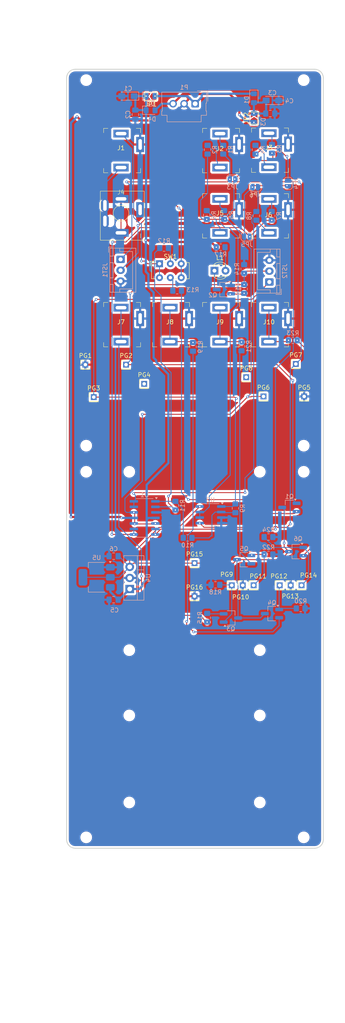
<source format=kicad_pcb>
(kicad_pcb (version 20240108) (generator "pcbnew") (generator_version "8.0")
  (layers (0 "F.Cu" signal) (31 "B.Cu" signal) (34 "B.Paste" user) (35 "F.Paste" user) (36 "B.SilkS" user "B.Silkscreen") (37 "F.SilkS" user "F.Silkscreen") (38 "B.Mask" user) (39 "F.Mask" user) (44 "Edge.Cuts" user))
  (net 0 "")
  (net 1 "+12v")
  (net 2 "Gnd")
  (net 3 "-12v")
  (net 4 "Net-(D1-K)")
  (net 5 "Net-(D3-K)")
  (net 6 "+3.3v")
  (net 7 "Net-(J1-PadR)")
  (net 8 "Net-(J1-PadT)")
  (net 9 "Net-(J2-PadT)")
  (net 10 "Net-(J2-PadR)")
  (net 11 "Net-(J3-PadT)")
  (net 12 "Net-(J3-PadR)")
  (net 13 "Net-(J4-PadR)")
  (net 15 "Net-(J5-PadR)")
  (net 16 "Net-(J5-PadT)")
  (net 17 "Net-(J6-PadT)")
  (net 18 "Net-(J6-PadR)")
  (net 19 "Net-(J7-PadR)")
  (net 20 "Net-(J8-PadR)")
  (net 21 "Net-(J9-PadR)")
  (net 22 "Net-(J10-PadR)")
  (net 23 "OutRing")
  (net 24 "Net-(JP3-B)")
  (net 25 "OutTip")
  (net 26 "Net-(JP4-B)")
  (net 27 "Net-(JP5-B)")
  (net 28 "Net-(JP6-B)")
  (net 29 "Net-(L1-A)")
  (net 30 "Net-(L1-K)")
  (net 31 "DigitalProcessed")
  (net 32 "AnalogProcessed")
  (net 35 "Net-(PG9-Pin_1)")
  (net 36 "Net-(PG11-Pin_1)")
  (net 37 "Net-(PG12-Pin_1)")
  (net 38 "Net-(PG14-Pin_1)")
  (net 39 "Net-(Q1-B)")
  (net 40 "Net-(Q2-B)")
  (net 41 "Net-(Q3-B)")
  (net 42 "Net-(Q4-B)")
  (net 43 "Net-(Q5-B)")
  (net 44 "Net-(Q6-B)")
  (net 45 "Net-(U2A--)")
  (net 46 "Net-(R10-Pad1)")
  (net 47 "Net-(U1A--)")
  (net 48 "AnalogIn")
  (net 49 "DigitalIn")
  (footprint "Connector_PinHeader_2.00mm:PinHeader_1x01_P2.00mm_Vertical" (layer "F.Cu") (at 74.5666 140.092315)
    (property "Reference" "PG12")
    (property "Value" "E2CCW")
  )
  (footprint "0_Favorites:Jack_3.5mm_QingPu_WQP-PJ301CM" (layer "F.Cu") (at 60.85 79.6)
    (property "Reference" "J9")
    (property "Value" "E1CW")
  )
  (footprint "Connector_PinHeader_2.00mm:PinHeader_1x01_P2.00mm_Vertical" (layer "F.Cu") (at 29.90466 89.392555)
    (property "Reference" "PG1")
    (property "Value" "InPin1")
  )
  (footprint "Connector_PinHeader_2.00mm:PinHeader_1x01_P2.00mm_Vertical" (layer "F.Cu") (at 68.5793 140.092315)
    (property "Reference" "PG11")
    (property "Value" "E1CW")
  )
  (footprint "0_Favorites:Jack_3.5mm_QingPu_WQP-PJ301CM" (layer "F.Cu") (at 49.35 79.6)
    (property "Reference" "J8")
    (property "Value" "E2CCW")
  )
  (footprint "Connector_PinHeader_2.00mm:PinHeader_1x01_P2.00mm_Vertical" (layer "F.Cu") (at 55 142.6)
    (property "Reference" "PG16")
    (property "Value" "Gnd")
  )
  (footprint "Connector_PinHeader_2.00mm:PinHeader_1x01_P2.00mm_Vertical" (layer "F.Cu") (at 43.4308 93.803205)
    (property "Reference" "PG4")
    (property "Value" "InPin4")
  )
  (footprint "Connector_PinHeader_2.00mm:PinHeader_1x01_P2.00mm_Vertical" (layer "F.Cu") (at 39.2603 89.392555)
    (property "Reference" "PG2")
    (property "Value" "InPin2")
  )
  (footprint "MountingHole:MountingHole_2.2mm_M2" (layer "F.Cu") (at 30.1 108.014215)
    (property "Reference" "H3")
    (property "Value" "MountingHole")
  )
  (footprint "0_Favorites:Jack_3.5mm_QingPu_WQP-PJ301CM" (layer "F.Cu") (at 72.1 54.6)
    (property "Reference" "J6")
    (property "Value" "ClockOutB")
  )
  (footprint "Connector_PinHeader_2.00mm:PinHeader_1x01_P2.00mm_Vertical" (layer "F.Cu") (at 77.089 140.092315)
    (property "Reference" "PG13")
    (property "Value" "E2Gnd")
  )
  (footprint "0_Favorites:Jack_3.5mm_QingPu_WQP-PJ301CM" (layer "F.Cu") (at 38.1 79.6)
    (property "Reference" "J7")
    (property "Value" "E1CCW")
  )
  (footprint "MountingHole:MountingHole_2.2mm_M2" (layer "F.Cu") (at 40 114.014215)
    (property "Reference" "H9" (hide yes))
    (property "Value" "MountingHole")
  )
  (footprint "MountingHole:MountingHole_2.2mm_M2" (layer "F.Cu") (at 70 170)
    (property "Reference" "H14" (hide yes))
    (property "Value" "MountingHole")
  )
  (footprint "MountingHole:MountingHole_2.2mm_M2" (layer "F.Cu") (at 40 155)
    (property "Reference" "H11" (hide yes))
    (property "Value" "MountingHole")
  )
  (footprint "Connector_PinHeader_2.00mm:PinHeader_1x01_P2.00mm_Vertical" (layer "F.Cu") (at 31.83038 96.852795)
    (property "Reference" "PG3")
    (property "Value" "InPin3")
  )
  (footprint "MountingHole:MountingHole_2.2mm_M2" (layer "F.Cu") (at 40 190)
    (property "Reference" "H15" (hide yes))
    (property "Value" "MountingHole")
  )
  (footprint "0_Favorites:Jack_3.5mm_QingPu_WQP-PJ301CM" (layer "F.Cu") (at 72.1 79.6)
    (property "Reference" "J10")
    (property "Value" "E2CW")
  )
  (footprint "0_Favorites:Jack_3.5mm_QingPu_WQP-PJ301CM" (layer "F.Cu") (at 60.85 54.6)
    (property "Reference" "J5")
    (property "Value" "ClockOutA")
  )
  (footprint "Connector_PinHeader_2.00mm:PinHeader_1x01_P2.00mm_Vertical" (layer "F.Cu") (at 55 135)
    (property "Reference" "PG15")
    (property "Value" "V+")
  )
  (footprint "Connector_PinHeader_2.00mm:PinHeader_1x01_P2.00mm_Vertical" (layer "F.Cu") (at 79.5918 140.092315)
    (property "Reference" "PG14")
    (property "Value" "E2CW")
  )
  (footprint "Connector_PinHeader_2.00mm:PinHeader_1x01_P2.00mm_Vertical" (layer "F.Cu") (at 66.89 92.285335)
    (property "Reference" "PG8")
    (property "Value" "OutPin4")
  )
  (footprint "Connector_PinHeader_2.00mm:PinHeader_1x01_P2.00mm_Vertical" (layer "F.Cu") (at 70.8475 96.697795)
    (property "Reference" "PG6")
    (property "Value" "OutPin2")
  )
  (footprint "Jumper:SolderJumper-2_P1.3mm_Open_TrianglePad1.0x1.5mm" (layer "F.Cu") (at 68.685786 32.739215 90)
    (property "Reference" "JP2")
    (property "Value" "-12v Bypass")
  )
  (footprint "MountingHole:MountingHole_2.2mm_M2" (layer "F.Cu") (at 70 114.014215)
    (property "Reference" "H10" (hide yes))
    (property "Value" "MountingHole")
  )
  (footprint "0_Favorites:Jack_3.5mm_QingPu_WQP-PJ301CM" (layer "F.Cu") (at 60.85 39.6)
    (property "Reference" "J2")
    (property "Value" "ComboOutA")
  )
  (footprint "0_Favorites:Jack_3.5mm_QingPu_WQP-PJ358" (layer "F.Cu") (at 38.1 54.6)
    (property "Reference" "J4")
    (property "Value" "AudioJack3_SwitchTR")
  )
  (footprint "MountingHole:MountingHole_2.2mm_M2" (layer "F.Cu") (at 80.1 24.014215)
    (property "Reference" "H2")
    (property "Value" "MountingHole")
  )
  (footprint "Button_Switch_THT:SW_E-Switch_EG1271_SPDT" (layer "F.Cu") (at 46.9425 66.2)
    (property "Reference" "SW1")
    (property "Value" "Swap Channel")
  )
  (footprint "MountingHole:MountingHole_2.2mm_M2" (layer "F.Cu") (at 70 190)
    (property "Reference" "H16" (hide yes))
    (property "Value" "MountingHole")
  )
  (footprint "MountingHole:MountingHole_2.2mm_M2" (layer "F.Cu") (at 80.1 198.014215)
    (property "Reference" "H8")
    (property "Value" "MountingHole")
  )
  (footprint "LED_THT:LED_D3.0mm" (layer "F.Cu") (at 59.58 67.8)
    (property "Reference" "L1")
    (property "Value" "GateLight")
  )
  (footprint "Connector_PinHeader_2.00mm:PinHeader_1x01_P2.00mm_Vertical" (layer "F.Cu") (at 66.0765 140.092315)
    (property "Reference" "PG10")
    (property "Value" "E1Gnd")
  )
  (footprint "MountingHole:MountingHole_2.2mm_M2" (layer "F.Cu") (at 30.1 198.014215)
    (property "Reference" "H7")
    (property "Value" "MountingHole")
  )
  (footprint "Connector_PinHeader_2.00mm:PinHeader_1x01_P2.00mm_Vertical" (layer "F.Cu") (at 80.2032 96.697795)
    (property "Reference" "PG5")
    (property "Value" "OutPin1")
  )
  (footprint "0_Favorites:Jack_3.5mm_QingPu_WQP-PJ301CM" (layer "F.Cu") (at 38.1 39.6)
    (property "Reference" "J1")
    (property "Value" "ComboIn")
  )
  (footprint "MountingHole:MountingHole_2.2mm_M2" (layer "F.Cu") (at 40 170)
    (property "Reference" "H13" (hide yes))
    (property "Value" "MountingHole")
  )
  (footprint "0_Favorites:Jack_3.5mm_QingPu_WQP-PJ301CM" (layer "F.Cu") (at 72.1 39.514215)
    (property "Reference" "J3")
    (property "Value" "ComboOutB")
  )
  (footprint "MountingHole:MountingHole_2.2mm_M2" (layer "F.Cu") (at 80.1 114.014215)
    (property "Reference" "H6")
    (property "Value" "MountingHole")
  )
  (footprint "MountingHole:MountingHole_2.2mm_M2" (layer "F.Cu") (at 80.1 108.014215)
    (property "Reference" "H4")
    (property "Value" "MountingHole")
  )
  (footprint "Jumper:SolderJumper-2_P1.3mm_Open_TrianglePad1.0x1.5mm" (layer "F.Cu") (at 44.960786 27.764215 180)
    (property "Reference" "JP1")
    (property "Value" "+12v Bypass")
  )
  (footprint "Connector_PinHeader_2.00mm:PinHeader_1x01_P2.00mm_Vertical" (layer "F.Cu") (at 78.2774 89.237555)
    (property "Reference" "PG7")
    (property "Value" "OutPin3")
  )
  (footprint "MountingHole:MountingHole_2.2mm_M2" (layer "F.Cu") (at 30.1 24.014215)
    (property "Reference" "H1")
    (property "Value" "MountingHole")
  )
  (footprint "MountingHole:MountingHole_2.2mm_M2" (layer "F.Cu") (at 30.1 114.014215)
    (property "Reference" "H5")
    (property "Value" "MountingHole")
  )
  (footprint "Connector_PinHeader_2.00mm:PinHeader_1x01_P2.00mm_Vertical" (layer "F.Cu") (at 63.5541 140.092315)
    (property "Reference" "PG9")
    (property "Value" "E1CCW")
  )
  (footprint "MountingHole:MountingHole_2.2mm_M2" (layer "F.Cu") (at 70 155)
    (property "Reference" "H12" (hide yes))
    (property "Value" "MountingHole")
  )
  (footprint "Package_TO_SOT_SMD:SC-59_Handsoldering" (layer "B.Cu") (at 61.75 72.15 180)
    (property "Reference" "Q2")
    (property "Value" "BC107")
  )
  (footprint "Resistor_SMD:R_0805_2012Metric_Pad1.20x1.40mm_HandSolder" (layer "B.Cu") (at 54.65 85.3 90)
    (property "Reference" "R19")
    (property "Value" "100k")
  )
  (footprint "Resistor_SMD:R_0805_2012Metric_Pad1.20x1.40mm_HandSolder" (layer "B.Cu") (at 72 129 180)
    (property "Reference" "R24")
    (property "Value" "100k")
  )
  (footprint "Package_TO_SOT_SMD:SC-59_Handsoldering" (layer "B.Cu") (at 63.35 147.6)
    (property "Reference" "Q3")
    (property "Value" "BC107")
  )
  (footprint "Package_TO_SOT_SMD:SC-59_Handsoldering" (layer "B.Cu") (at 72.8 146.6 180)
    (property "Reference" "Q4")
    (property "Value" "BC107")
  )
  (footprint "Resistor_SMD:R_0805_2012Metric_Pad1.20x1.40mm_HandSolder" (layer "B.Cu") (at 65.8 85.2 90)
    (property "Reference" "R21")
    (property "Value" "100k")
  )
  (footprint "Resistor_SMD:R_0805_2012Metric_Pad1.20x1.40mm_HandSolder" (layer "B.Cu") (at 48 62.6 180)
    (property "Reference" "R12")
    (property "Value" "100k")
  )
  (footprint "Resistor_SMD:R_0805_2012Metric_Pad1.20x1.40mm_HandSolder" (layer "B.Cu") (at 72 133 180)
    (property "Reference" "R22")
    (property "Value" "100k")
  )
  (footprint "Resistor_SMD:R_0805_2012Metric_Pad1.20x1.40mm_HandSolder" (layer "B.Cu") (at 66.4 67.4 -90)
    (property "Reference" "R14")
    (property "Value" "100k")
  )
  (footprint "Resistor_SMD:R_0805_2012Metric_Pad1.20x1.40mm_HandSolder" (layer "B.Cu") (at 69.2 55.2 -90)
    (property "Reference" "R8")
    (property "Value" "1k")
  )
  (footprint "Jumper:SolderJumper-2_P1.3mm_Open_RoundedPad1.0x1.5mm" (layer "B.Cu") (at 63.75 46.8)
    (property "Reference" "JP3")
    (property "Value" "BufferJumper")
  )
  (footprint "Jumper:SolderJumper-2_P1.3mm_Open_RoundedPad1.0x1.5mm" (layer "B.Cu") (at 76.5 47.75 90)
    (property "Reference" "JP4")
    (property "Value" "BufferJumper")
  )
  (footprint "Package_TO_SOT_SMD:SC-59_Handsoldering" (layer "B.Cu") (at 66.4 134.2 180)
    (property "Reference" "Q5")
    (property "Value" "BC107")
  )
  (footprint "0_Favorites:SOIC-14_3.9x8.7mm_P1.27mm" (layer "B.Cu") (at 43.525 124.61 180)
    (property "Reference" "U1")
    (property "Value" "TL074")
  )
  (footprint "Connector_Molex:Molex_SL_171971-0003_1x03_P2.54mm_Vertical" (layer "B.Cu") (at 55.145 29.435 180)
    (property "Reference" "P1")
    (property "Value" "Pocket Rack Power")
  )
  (footprint "Capacitor_SMD:C_0805_2012Metric_Pad1.18x1.45mm_HandSolder" (layer "B.Cu") (at 41.395 31.935 -90)
    (property "Reference" "C2")
    (property "Value" "100n")
  )
  (footprint "Resistor_SMD:R_0805_2012Metric_Pad1.20x1.40mm_HandSolder" (layer "B.Cu") (at 57.9 147.55 -90)
    (property "Reference" "R15")
    (property "Value" "100k")
  )
  (footprint "Connector_JST:JST_XH_B3B-XH-A_1x03_P2.50mm_Vertical" (layer "B.Cu") (at 38 65.2 -90)
    (property "Reference" "JST1")
    (property "Value" "JST Daisychain Out")
  )
  (footprint "Jumper:SolderJumper-2_P1.3mm_Open_RoundedPad1.0x1.5mm" (layer "B.Cu") (at 67.05 60)
    (property "Reference" "JP5")
    (property "Value" "BufferJumper")
  )
  (footprint "Resistor_SMD:R_0805_2012Metric_Pad1.20x1.40mm_HandSolder" (layer "B.Cu") (at 50.6 121.8 90)
    (property "Reference" "R11")
    (property "Value" "22k")
  )
  (footprint "Resistor_SMD:R_0805_2012Metric_Pad1.20x1.40mm_HandSolder" (layer "B.Cu") (at 77.6 83.8 180)
    (property "Reference" "R23")
    (property "Value" "100k")
  )
  (footprint "Package_TO_SOT_SMD:SC-59_Handsoldering" (layer "B.Cu") (at 76.8 122.2 180)
    (property "Reference" "Q1")
    (property "Value" "BC107")
  )
  (footprint "Resistor_SMD:R_0805_2012Metric_Pad1.20x1.40mm_HandSolder" (layer "B.Cu") (at 72.8 39.8 90)
    (property "Reference" "R3")
    (property "Value" "1k")
  )
  (footprint "Resistor_SMD:R_0805_2012Metric_Pad1.20x1.40mm_HandSolder" (layer "B.Cu") (at 53.4 129.2)
    (property "Reference" "R10")
    (property "Value" "22k")
  )
  (footprint "Diode_SMD:D_0805_2012Metric_Pad1.15x1.40mm_HandSolder" (layer "B.Cu") (at 68.645 32.685 90)
    (property "Reference" "D3")
    (property "Value" "D")
  )
  (footprint "Resistor_SMD:R_0805_2012Metric_Pad1.20x1.40mm_HandSolder" (layer "B.Cu") (at 57.8 55 90)
    (property "Reference" "R6")
    (property "Value" "1k")
  )
  (footprint "Resistor_SMD:R_0805_2012Metric_Pad1.20x1.40mm_HandSolder" (layer "B.Cu") (at 79.4 145.4 180)
    (property "Reference" "R20")
    (property "Value" "100k")
  )
  (footprint "Resistor_SMD:R_0805_2012Metric_Pad1.20x1.40mm_HandSolder" (layer "B.Cu") (at 59.8 140)
    (property "Reference" "R18")
    (property "Value" "100k")
  )
  (footprint "Resistor_SMD:R_0805_2012Metric_Pad1.20x1.40mm_HandSolder" (layer "B.Cu") (at 72.7375 55.2 90)
    (property "Reference" "R7")
    (property "Value" "1k")
  )
  (footprint "Resistor_SMD:R_0805_2012Metric_Pad1.20x1.40mm_HandSolder" (layer "B.Cu") (at 66.4 72 -90)
    (property "Reference" "R16")
    (property "Value" "100k")
  )
  (footprint "Package_TO_SOT_SMD:SC-59_Handsoldering" (layer "B.Cu") (at 78.35 132.35 180)
    (property "Reference" "Q6")
    (property "Value" "BC107")
  )
  (footprint "Resistor_SMD:R_0805_2012Metric_Pad1.20x1.40mm_HandSolder" (layer "B.Cu") (at 69 40 90)
    (property "Reference" "R4")
    (property "Value" "1k")
  )
  (footprint "Capacitor_SMD:C_0805_2012Metric_Pad1.18x1.45mm_HandSolder" (layer "B.Cu") (at 36.4 143.4 180)
    (property "Reference" "C5")
    (property "Value" "10uF")
  )
  (footprint "Package_TO_SOT_THT:TO-220-3_Vertical" (layer "B.Cu") (at 40.100354 140.94326 90)
    (property "Reference" "U4")
    (property "Value" "LM2931-3.3_TO220")
  )
  (footprint "Capacitor_Tantalum_SMD:CP_EIA-3216-10_Kemet-I_Pad1.58x1.35mm_HandSolder" (layer "B.Cu") (at 39.7075 27.685 180)
    (property "Reference" "C1")
    (property "Value" "1u")
  )
  (footprint "Resistor_SMD:R_0805_2012Metric_Pad1.20x1.40mm_HandSolder" (layer "B.Cu") (at 64.4 122.4 90)
    (property "Reference" "R9")
    (property "Value" "22k")
  )
  (footprint "Jumper:SolderJumper-2_P1.3mm_Open_RoundedPad1.0x1.5mm" (layer "B.Cu") (at 68.95 48.6)
    (property "Reference" "JP6")
    (property "Value" "BufferJumper")
  )
  (footprint "Diode_SMD:D_0805_2012Metric_Pad1.15x1.40mm_HandSolder" (layer "B.Cu") (at 44.895 27.685)
    (property "Reference" "D2")
    (property "Value" "D")
  )
  (footprint "Resistor_SMD:R_0805_2012Metric_Pad1.20x1.40mm_HandSolder" (layer "B.Cu") (at 61 62.4)
    (property "Reference" "R17")
    (property "Value" "10k")
  )
  (footprint "Diode_SMD:D_0805_2012Metric_Pad1.15x1.40mm_HandSolder" (layer "B.Cu") (at 68.645 28.16 -90)
    (property "Reference" "D1")
    (property "Value" "D")
  )
  (footprint "Diode_SMD:D_0805_2012Metric_Pad1.15x1.40mm_HandSolder" (layer "B.Cu") (at 44.895 30.935)
    (property "Reference" "D4")
    (property "Value" "D")
  )
  (footprint "Resistor_SMD:R_0805_2012Metric_Pad1.20x1.40mm_HandSolder" (layer "B.Cu") (at 51 72.4 180)
    (property "Reference" "R13")
    (property "Value" "100k")
  )
  (footprint "Resistor_SMD:R_0805_2012Metric_Pad1.20x1.40mm_HandSolder" (layer "B.Cu") (at 58 40 90)
    (property "Reference" "R2")
    (property "Value" "1k")
  )
  (footprint "Package_TO_SOT_SMD:SOT-223-3_TabPin2" (layer "B.Cu") (at 32.5 138.25 180)
    (property "Reference" "U5")
    (property "Value" "LM1117MP-3.3")
  )
  (footprint "Resistor_SMD:R_0805_2012Metric_Pad1.20x1.40mm_HandSolder" (layer "B.Cu") (at 61.8 55 90)
    (property "Reference" "R5")
    (property "Value" "1k")
  )
  (footprint "Connector_JST:JST_XH_B3B-XH-A_1x03_P2.50mm_Vertical" (layer "B.Cu") (at 72.2 70.4 90)
    (property "Reference" "JST2")
    (property "Value" "JST Daisychain In")
  )
  (footprint "Resistor_SMD:R_0805_2012Metric_Pad1.20x1.40mm_HandSolder" (layer "B.Cu") (at 61.6 40 90)
    (property "Reference" "R1")
    (property "Value" "1k")
  )
  (footprint "Capacitor_Tantalum_SMD:CP_EIA-3216-10_Kemet-I_Pad1.58x1.35mm_HandSolder" (layer "B.Cu") (at 72.895 28.685 180)
    (property "Reference" "C3")
    (property "Value" "1u")
  )
  (footprint "Package_SO:SOIC-8_3.9x4.9mm_P1.27mm" (layer "B.Cu") (at 58.675 123.895 180)
    (property "Reference" "U2")
    (property "Value" "MCP6002-xSN")
  )
  (footprint "Capacitor_SMD:C_0805_2012Metric_Pad1.18x1.45mm_HandSolder" (layer "B.Cu") (at 36.4 133.4 180)
    (property "Reference" "C6")
    (property "Value" "100nF")
  )
  (footprint "Capacitor_SMD:C_0805_2012Metric_Pad1.18x1.45mm_HandSolder" (layer "B.Cu") (at 72.395 31.685 180)
    (property "Reference" "C4")
    (property "Value" "100n")
  )
  (gr_line (start 27.6 21.514215) (end 82.6 21.514215) (stroke (width 0.2)) (layer "Edge.Cuts"))
  (gr_line (start 84.6 23.514215) (end 84.6 113.514215) (stroke (width 0.2)) (layer "Edge.Cuts"))
  (gr_arc (start 27.6 200.514215) (mid 26.185786 199.928429) (end 25.6 198.514215) (stroke (width 0.2)) (layer "Edge.Cuts"))
  (gr_arc (start 84.6 198.514215) (mid 84.014214 199.928429) (end 82.6 200.514215) (stroke (width 0.2)) (layer "Edge.Cuts"))
  (gr_line (start 25.6 198.514215) (end 25.6 113.514215) (stroke (width 0.2)) (layer "Edge.Cuts"))
  (gr_line (start 84.6 113.514215) (end 84.6 198.514215) (stroke (width 0.2)) (layer "Edge.Cuts"))
  (gr_line (start 82.6 200.514215) (end 27.6 200.514215) (stroke (width 0.2)) (layer "Edge.Cuts"))
  (gr_arc (start 25.6 23.514215) (mid 26.185787 22.100006) (end 27.6 21.514215) (stroke (width 0.2)) (layer "Edge.Cuts"))
  (gr_line (start 25.6 113.514215) (end 25.6 23.514215) (stroke (width 0.2)) (layer "Edge.Cuts"))
  (gr_arc (start 82.6 21.514215) (mid 84.014205 22.100006) (end 84.6 23.514215) (stroke (width 0.2)) (layer "Edge.Cuts"))
  (segment (start 43.8 60.8) (end 44.4 60.8) (width 0.5) (layer "F.Cu") (net 1))
  (segment (start 58.8 61.2) (end 60 62.4) (width 0.5) (layer "F.Cu") (net 1))
  (segment (start 44.4 60.8) (end 44.8 61.2) (width 0.5) (layer "F.Cu") (net 1))
  (segment (start 44.8 61.2) (end 58.8 61.2) (width 0.5) (layer "F.Cu") (net 1))
  (via (at 60 62.4) (size 0.6) (drill 0.3) (layers "F.Cu" "B.Cu") (net 1))
  (via (at 43.87 27.685) (size 0.6) (drill 0.3) (layers "F.Cu" "B.Cu") (net 1))
  (via (at 43.8 60.8) (size 0.6) (drill 0.3) (layers "F.Cu" "B.Cu") (net 1))
  (segment (start 43.87 60.73) (end 43.8 60.8) (width 0.5) (layer "B.Cu") (net 1))
  (segment (start 43 139.75) (end 44 138.75) (width 0.5) (layer "B.Cu") (net 1))
  (segment (start 37.4375 143.4) (end 37.643614 143.4) (width 0.2) (layer "B.Cu") (net 1))
  (segment (start 44 124.8) (end 44 124.75) (width 0.2) (layer "B.Cu") (net 1))
  (segment (start 35.65 140.55) (end 35.65 141.6125) (width 0.5) (layer "B.Cu") (net 1))
  (segment (start 41.395 30.8975) (end 43.8325 30.8975) (width 0.5) (layer "B.Cu") (net 1))
  (segment (start 46.2 88.8) (end 49 91.6) (width 0.5) (layer "B.Cu") (net 1))
  (segment (start 44 124.75) (end 44.25 124.75) (width 0.5) (layer "B.Cu") (net 1))
  (segment (start 49 91.6) (end 49 112) (width 0.5) (layer "B.Cu") (net 1))
  (segment (start 44.25 124.75) (end 44.39 124.61) (width 0.5) (layer "B.Cu") (net 1))
  (segment (start 43.87 27.685) (end 43.87 30.935) (width 0.5) (layer "B.Cu") (net 1))
  (segment (start 43.8 68.025267) (end 44.4 68.625267) (width 0.5) (layer "B.Cu") (net 1))
  (segment (start 44.39 124.61) (end 46 124.61) (width 0.5) (layer "B.Cu") (net 1))
  (segment (start 42.30674 140.94326) (end 43 140.25) (width 0.5) (layer "B.Cu") (net 1))
  (segment (start 43.8 60.8) (end 43.8 68.025267) (width 0.5) (layer "B.Cu") (net 1))
  (segment (start 44.4 71.6) (end 45.6 72.8) (width 0.5) (layer "B.Cu") (net 1))
  (segment (start 40.100354 140.94326) (end 42.30674 140.94326) (width 0.5) (layer "B.Cu") (net 1))
  (segment (start 45.6 72.8) (end 45.6 87.8) (width 0.5) (layer "B.Cu") (net 1))
  (segment (start 43.87 30.935) (end 43.87 60.73) (width 0.5) (layer "B.Cu") (net 1))
  (segment (start 41.395 27.935) (end 41.145 27.685) (width 0.2) (layer "B.Cu") (net 1))
  (segment (start 35.65 141.6125) (end 37.4375 143.4) (width 0.5) (layer "B.Cu") (net 1))
  (segment (start 37.643614 143.4) (end 40.100354 140.94326) (width 0.5) (layer "B.Cu") (net 1))
  (segment (start 44 117) (end 44 124.8) (width 0.5) (layer "B.Cu") (net 1))
  (segment (start 43.8325 30.8975) (end 43.87 30.935) (width 0.2) (layer "B.Cu") (net 1))
  (segment (start 44.4 68.625267) (end 44.4 71.6) (width 0.5) (layer "B.Cu") (net 1))
  (segment (start 41.395 30.8975) (end 41.395 27.935) (width 0.5) (layer "B.Cu") (net 1))
  (segment (start 45.6 87.8) (end 46.2 88.4) (width 0.5) (layer "B.Cu") (net 1))
  (segment (start 41.145 27.685) (end 43.87 27.685) (width 0.5) (layer "B.Cu") (net 1))
  (segment (start 49 112) (end 44 117) (width 0.5) (layer "B.Cu") (net 1))
  (segment (start 44 138.75) (end 44 124.8) (width 0.5) (layer "B.Cu") (net 1))
  (segment (start 46.2 88.4) (end 46.2 88.8) (width 0.5) (layer "B.Cu") (net 1))
  (segment (start 43 140.25) (end 43 139.75) (width 0.5) (layer "B.Cu") (net 1))
  (segment (start 38 124.4) (end 26.6 124.4) (width 0.5) (layer "F.Cu") (net 3))
  (segment (start 38.21 124.61) (end 38 124.4) (width 0.5) (layer "F.Cu") (net 3))
  (segment (start 67.54 31.66) (end 68.645 31.66) (width 0.5) (layer "F.Cu") (net 3))
  (segment (start 28.875 33.275) (end 65.925 33.275) (width 0.5) (layer "F.Cu") (net 3))
  (segment (start 28 32.4) (end 28.875 33.275) (width 0.5) (layer "F.Cu") (net 3))
  (segment (start 65.925 33.275) (end 67.54 31.66) (width 0.5) (layer "F.Cu") (net 3))
  (via (at 68.645 31.66) (size 0.6) (drill 0.3) (layers "F.Cu" "B.Cu") (net 3))
  (via (at 38.21 124.61) (size 0.6) (drill 0.3) (layers "F.Cu" "B.Cu") (net 3))
  (via (at 28 32.4) (size 0.6) (drill 0.3) (layers "F.Cu" "B.Cu") (net 3))
  (via (at 26.6 124.4) (size 0.6) (drill 0.3) (layers "F.Cu" "B.Cu") (net 3))
  (segment (start 68.645 31.66) (end 68.645 29.185) (width 0.5) (layer "B.Cu") (net 3))
  (segment (start 41.05 124.61) (end 38.21 124.61) (width 0.5) (layer "B.Cu") (net 3))
  (segment (start 71.4575 28.685) (end 71.085 28.685) (width 0.2) (layer "B.Cu") (net 3))
  (segment (start 38.2 124.6) (end 38.21 124.61) (width 0.5) (layer "B.Cu") (net 3))
  (segment (start 71.4575 28.685) (end 71.4575 31.585) (width 0.5) (layer "B.Cu") (net 3))
  (segment (start 71.3575 31.685) (end 68.67 31.685) (width 0.5) (layer "B.Cu") (net 3))
  (segment (start 71.085 28.685) (end 70.585 29.185) (width 0.5) (layer "B.Cu") (net 3))
  (segment (start 70.585 29.185) (end 68.645 29.185) (width 0.5) (layer "B.Cu") (net 3))
  (segment (start 71.4575 31.585) (end 71.3575 31.685) (width 0.2) (layer "B.Cu") (net 3))
  (segment (start 26.6 124.4) (end 26.6 33.8) (width 0.5) (layer "B.Cu") (net 3))
  (segment (start 26.6 33.8) (end 28 32.4) (width 0.5) (layer "B.Cu") (net 3))
  (segment (start 68.67 31.685) (end 68.645 31.66) (width 0.2) (layer "B.Cu") (net 3))
  (segment (start 70.9575 29.185) (end 71.4575 28.685) (width 0.2) (layer "B.Cu") (net 3))
  (via (at 45.92 27.685) (size 0.6) (drill 0.3) (layers "F.Cu" "B.Cu") (net 4))
  (segment (start 56.645 27.435) (end 56.645 27.935) (width 0.5) (layer "B.Cu") (net 4))
  (segment (start 56.645 27.935) (end 55.145 29.435) (width 0.5) (layer "B.Cu") (net 4))
  (segment (start 68.645 27.135) (end 56.945 27.135) (width 0.5) (layer "B.Cu") (net 4))
  (segment (start 45.92 27.685) (end 53.395 27.685) (width 0.5) (layer "B.Cu") (net 4))
  (segment (start 56.945 27.135) (end 56.645 27.435) (width 0.5) (layer "B.Cu") (net 4))
  (segment (start 53.395 27.685) (end 55.145 29.435) (width 0.5) (layer "B.Cu") (net 4))
  (segment (start 50.065 29.435) (end 52.3 27.2) (width 0.5) (layer "F.Cu") (net 5))
  (segment (start 52.3 27.2) (end 63.07 27.2) (width 0.5) (layer "F.Cu") (net 5))
  (segment (start 65.305 29.435) (end 65.305 31.975) (width 0.5) (layer "F.Cu") (net 5))
  (segment (start 63.07 27.2) (end 65.305 29.435) (width 0.5) (layer "F.Cu") (net 5))
  (via (at 65.305 31.975) (size 0.6) (drill 0.3) (layers "F.Cu" "B.Cu") (net 5))
  (via (at 68.645 33.71) (size 0.6) (drill 0.3) (layers "F.Cu" "B.Cu") (net 5))
  (segment (start 50.065 29.435) (end 47.42 29.435) (width 0.5) (layer "B.Cu") (net 5))
  (segment (start 65.305 31.975) (end 66.73 33.4) (width 0.5) (layer "B.Cu") (net 5))
  (segment (start 66.73 33.4) (end 68.335 33.4) (width 0.5) (layer "B.Cu") (net 5))
  (segment (start 47.42 29.435) (end 45.92 30.935) (width 0.5) (layer "B.Cu") (net 5))
  (segment (start 68.335 33.4) (end 68.645 33.71) (width 0.5) (layer "B.Cu") (net 5))
  (segment (start 40.963614 135) (end 40.100354 135.86326) (width 0.2) (layer "F.Cu") (net 6))
  (segment (start 40.100354 133.471117) (end 40.100354 135.86326) (width 0.2) (layer "F.Cu") (net 6))
  (segment (start 51.4 126.8) (end 46.771471 126.8) (width 0.2) (layer "F.Cu") (net 6))
  (segment (start 46.771471 126.8) (end 40.100354 133.471117) (width 0.2) (layer "F.Cu") (net 6))
  (segment (start 55 135) (end 40.963614 135) (width 0.2) (layer "F.Cu") (net 6))
  (segment (start 56.2 122) (end 51.4 126.8) (width 0.2) (layer "F.Cu") (net 6))
  (segment (start 75.6 131.25) (end 76.7 132.35) (width 0.2) (layer "F.Cu") (net 6))
  (segment (start 75.6 130.4) (end 75.6 131.25) (width 0.2) (layer "F.Cu") (net 6))
  (segment (start 55 135) (end 63.95 135) (width 0.2) (layer "F.Cu") (net 6))
  (segment (start 74.85 134.2) (end 76.7 132.35) (width 0.2) (layer "F.Cu") (net 6))
  (segment (start 64.75 134.2) (end 74.85 134.2) (width 0.2) (layer "F.Cu") (net 6))
  (segment (start 63.95 135) (end 64.75 134.2) (width 0.2) (layer "F.Cu") (net 6))
  (via (at 76.7 132.35) (size 0.6) (drill 0.3) (layers "F.Cu" "B.Cu") (net 6))
  (via (at 64.75 134.2) (size 0.6) (drill 0.3) (layers "F.Cu" "B.Cu") (net 6))
  (via (at 56.2 122) (size 0.6) (drill 0.3) (layers "F.Cu" "B.Cu") (net 6))
  (via (at 75.6 130.4) (size 0.6) (drill 0.3) (layers "F.Cu" "B.Cu") (net 6))
  (segment (start 37.4375 133.4) (end 37.637094 133.4) (width 0.2) (layer "B.Cu") (net 6))
  (segment (start 29.35 138.25) (end 35.65 138.25) (width 0.2) (layer "B.Cu") (net 6))
  (segment (start 56.2 121.99) (end 56.2 122) (width 0.2) (layer "B.Cu") (net 6))
  (segment (start 75.6 122.65) (end 75.6 130.4) (width 0.2) (layer "B.Cu") (net 6))
  (segment (start 37.713614 138.25) (end 40.100354 135.86326) (width 0.2) (layer "B.Cu") (net 6))
  (segment (start 65 147.6) (end 70.15 147.6) (width 0.2) (layer "B.Cu") (net 6))
  (segment (start 65 139.718815) (end 64.75 139.468815) (width 0.2) (layer "B.Cu") (net 6))
  (segment (start 35.65 138.25) (end 37.713614 138.25) (width 0.2) (layer "B.Cu") (net 6))
  (segment (start 37.637094 133.4) (end 40.100354 135.86326) (width 0.2) (layer "B.Cu") (net 6))
  (segment (start 70.15 147.6) (end 71.15 146.6) (width 0.2) (layer "B.Cu") (net 6))
  (segment (start 75.15 122.2) (end 75.6 122.65) (width 0.2) (layer "B.Cu") (net 6))
  (segment (start 64.75 139.468815) (end 64.75 134.2) (width 0.2) (layer "B.Cu") (net 6))
  (segment (start 65 147.6) (end 65 139.718815) (width 0.2) (layer "B.Cu") (net 6))
  (segment (start 42.8 65.6) (end 43.6 65.6) (width 0.2) (layer "F.Cu") (net 7))
  (segment (start 44.2 66.2) (end 46.9425 66.2) (width 0.2) (layer "F.Cu") (net 7))
  (segment (start 43.6 65.6) (end 44.2 66.2) (width 0.2) (layer "F.Cu") (net 7))
  (via (at 42.8 65.6) (size 0.6) (drill 0.3) (layers "F.Cu" "B.Cu") (net 7))
  (segment (start 42.8 57) (end 42.45 57) (width 0.2) (layer "B.Cu") (net 7))
  (segment (start 46.9425 69.4) (end 46.9425 66.2) (width 0.2) (layer "B.Cu") (net 7))
  (segment (start 42.8 65.6) (end 42.8 57) (width 0.2) (layer "B.Cu") (net 7))
  (segment (start 42.45 57) (end 41 55.55) (width 0.2) (layer "B.Cu") (net 7))
  (segment (start 41 55.55) (end 41 39.2) (width 0.2) (layer "B.Cu") (net 7))
  (segment (start 41 39.2) (end 38.1 36.3) (width 0.2) (layer "B.Cu") (net 7))
  (segment (start 34.4 52.8) (end 34.4 47.8) (width 0.2) (layer "B.Cu") (net 8))
  (segment (start 34.4 47.8) (end 38.1 44.1) (width 0.2) (layer "B.Cu") (net 8))
  (segment (start 60.25 43.5) (end 60.85 44.1) (width 0.2) (layer "B.Cu") (net 9))
  (segment (start 60.25 42.75) (end 60.25 43.5) (width 0.2) (layer "B.Cu") (net 9))
  (segment (start 58 39) (end 60 41) (width 0.2) (layer "B.Cu") (net 9))
  (segment (start 60 41) (end 60 42.5) (width 0.2) (layer "B.Cu") (net 9))
  (segment (start 60 42.5) (end 60.25 42.75) (width 0.2) (layer "B.Cu") (net 9))
  (segment (start 60.85 36.3) (end 60.85 38.25) (width 0.2) (layer "B.Cu") (net 10))
  (segment (start 60.85 38.25) (end 61.6 39) (width 0.2) (layer "B.Cu") (net 10))
  (segment (start 71 41) (end 71 42.914215) (width 0.2) (layer "B.Cu") (net 11))
  (segment (start 69 39) (end 71 41) (width 0.2) (layer "B.Cu") (net 11))
  (segment (start 71 42.914215) (end 72.1 44.014215) (width 0.2) (layer "B.Cu") (net 11))
  (segment (start 72.8 38.8) (end 72.8 36.914215) (width 0.2) (layer "B.Cu") (net 12))
  (segment (start 72.8 36.914215) (end 72.1 36.214215) (width 0.2) (layer "B.Cu") (net 12))
  (segment (start 38.1 59.1) (end 38.1 51.3) (width 0.2) (layer "F.Cu") (net 13))
  (segment (start 38.1 51.3) (end 49.3 51.3) (width 0.2) (layer "F.Cu") (net 13))
  (segment (start 49.3 51.3) (end 51.4 53.4) (width 0.2) (layer "F.Cu") (net 13))
  (via (at 51.4 53.4) (size 0.6) (drill 0.3) (layers "F.Cu" "B.Cu") (net 13))
  (segment (start 51.9425 66.2) (end 51.9425 53.9425) (width 0.2) (layer "B.Cu") (net 13))
  (segment (start 51.9425 53.9425) (end 51.4 53.4) (width 0.2) (layer "B.Cu") (net 13))
  (segment (start 51.9425 69.4) (end 51.9425 66.2) (width 0.2) (layer "B.Cu") (net 13))
  (segment (start 60.85 53.05) (end 61.8 54) (width 0.2) (layer "B.Cu") (net 15))
  (segment (start 60.85 51.3) (end 60.85 53.05) (width 0.2) (layer "B.Cu") (net 15))
  (segment (start 60 57) (end 60.85 57.85) (width 0.2) (layer "B.Cu") (net 16))
  (segment (start 60.85 57.85) (end 60.85 59.1) (width 0.2) (layer "B.Cu") (net 16))
  (segment (start 57.8 54) (end 60 56.2) (width 0.2) (layer "B.Cu") (net 16))
  (segment (start 60 56.2) (end 60 57) (width 0.2) (layer "B.Cu") (net 16))
  (segment (start 69.2 56.2) (end 72.1 59.1) (width 0.2) (layer "B.Cu") (net 17))
  (segment (start 72.7375 54.2) (end 72.7375 51.9375) (width 0.2) (layer "B.Cu") (net 18))
  (segment (start 72.7375 51.9375) (end 72.1 51.3) (width 0.2) (layer "B.Cu") (net 18))
  (segment (start 56.2 147) (end 57.75 148.55) (width 0.2) (layer "F.Cu") (net 19))
  (segment (start 57.75 148.55) (end 57.9 148.55) (width 0.2) (layer "F.Cu") (net 19))
  (segment (start 42.8 147) (end 56.2 147) (width 0.2) (layer "F.Cu") (net 19))
  (segment (start 42.8 138) (end 42.8 147) (width 0.2) (layer "F.Cu") (net 19))
  (via (at 57.9 148.55) (size 0.6) (drill 0.3) (layers "F.Cu" "B.Cu") (net 19))
  (via (at 42.8 138) (size 0.6) (drill 0.3) (layers "F.Cu" "B.Cu") (net 19))
  (segment (start 37.61 126.595552) (end 42.8 131.785552) (width 0.2) (layer "B.Cu") (net 19))
  (segment (start 42.8 131.785552) (end 42.8 138) (width 0.2) (layer "B.Cu") (net 19))
  (segment (start 38.1 84.1) (end 37.61 84.59) (width 0.2) (layer "B.Cu") (net 19))
  (segment (start 38.1 76.3) (end 38.1 84.1) (width 0.2) (layer "B.Cu") (net 19))
  (segment (start 37.61 84.59) (end 37.61 126.595552) (width 0.2) (layer "B.Cu") (net 19))
  (segment (start 49.35 84.1) (end 54.45 84.1) (width 0.2) (layer "F.Cu") (net 20))
  (segment (start 54.45 84.1) (end 54.65 84.3) (width 0.2) (layer "F.Cu") (net 20))
  (via (at 54.65 84.3) (size 0.6) (drill 0.3) (layers "F.Cu" "B.Cu") (net 20))
  (segment (start 49.35 84.1) (end 49.35 76.3) (width 0.2) (layer "B.Cu") (net 20))
  (segment (start 60.85 84.1) (end 65.7 84.1) (width 0.2) (layer "F.Cu") (net 21))
  (segment (start 65.7 84.1) (end 65.8 84.2) (width 0.2) (layer "F.Cu") (net 21))
  (via (at 65.8 84.2) (size 0.6) (drill 0.3) (layers "F.Cu" "B.Cu") (net 21))
  (segment (start 60.85 76.3) (end 60.85 84.1) (width 0.2) (layer "B.Cu") (net 21))
  (segment (start 72.1 84.1) (end 76.3 84.1) (width 0.2) (layer "F.Cu") (net 22))
  (segment (start 76.3 84.1) (end 76.6 83.8) (width 0.2) (layer "F.Cu") (net 22))
  (via (at 76.6 83.8) (size 0.6) (drill 0.3) (layers "F.Cu" "B.Cu") (net 22))
  (segment (start 72.1 76.3) (end 72.1 84.1) (width 0.2) (layer "B.Cu") (net 22))
  (segment (start 39.4 47.4) (end 62.5 47.4) (width 0.2) (layer "F.Cu") (net 23))
  (segment (start 77 126) (end 76.2 126.8) (width 0.2) (layer "F.Cu") (net 23))
  (segment (start 73.351471 126.6) (end 73.151471 126.8) (width 0.2) (layer "F.Cu") (net 23))
  (segment (start 62.5 47.4) (end 63.1 46.8) (width 0.2) (layer "F.Cu") (net 23))
  (segment (start 57.2 126.8) (end 56.2 125.8) (width 0.2) (layer "F.Cu") (net 23))
  (segment (start 63.65 47.35) (end 78.95 47.35) (width 0.2) (layer "F.Cu") (net 23))
  (segment (start 74.048529 126.8) (end 73.848529 126.6) (width 0.2) (layer "F.Cu") (net 23))
  (segment (start 73.151471 126.8) (end 57.2 126.8) (width 0.2) (layer "F.Cu") (net 23))
  (segment (start 78.95 47.35) (end 79 47.4) (width 0.2) (layer "F.Cu") (net 23))
  (segment (start 76.2 126.8) (end 74.048529 126.8) (width 0.2) (layer "F.Cu") (net 23))
  (segment (start 63.1 46.8) (end 63.65 47.35) (width 0.2) (layer "F.Cu") (net 23))
  (segment (start 73.848529 126.6) (end 73.351471 126.6) (width 0.2) (layer "F.Cu") (net 23))
  (via (at 56.2 125.8) (size 0.6) (drill 0.3) (layers "F.Cu" "B.Cu") (net 23))
  (via (at 77 126) (size 0.6) (drill 0.3) (layers "F.Cu" "B.Cu") (net 23))
  (via (at 39.4 47.4) (size 0.6) (drill 0.3) (layers "F.Cu" "B.Cu") (net 23))
  (via (at 63.1 46.8) (size 0.6) (drill 0.3) (layers "F.Cu" "B.Cu") (net 23))
  (via (at 79 47.4) (size 0.6) (drill 0.3) (layers "F.Cu" "B.Cu") (net 23))
  (segment (start 78.2774 89.237555) (end 77 90.514955) (width 0.2) (layer "B.Cu") (net 23))
  (segment (start 38 65.2) (end 40.6 62.6) (width 0.2) (layer "B.Cu") (net 23))
  (segment (start 79.5 88.014955) (end 78.2774 89.237555) (width 0.2) (layer "B.Cu") (net 23))
  (segment (start 40.6 48.6) (end 39.4 47.4) (width 0.2) (layer "B.Cu") (net 23))
  (segment (start 79.5 47.9) (end 79.5 88.014955) (width 0.2) (layer "B.Cu") (net 23))
  (segment (start 40.6 62.6) (end 40.6 48.6) (width 0.2) (layer "B.Cu") (net 23))
  (segment (start 61.6 41) (end 63.1 42.5) (width 0.2) (layer "B.Cu") (net 23))
  (segment (start 63.1 42.5) (end 63.1 46.8) (width 0.2) (layer "B.Cu") (net 23))
  (segment (start 79 47.4) (end 79.5 47.9) (width 0.2) (layer "B.Cu") (net 23))
  (segment (start 77 90.514955) (end 77 126) (width 0.2) (layer "B.Cu") (net 23))
  (segment (start 73 42.5) (end 73 41) (width 0.2) (layer "F.Cu") (net 24))
  (segment (start 64.25 46.75) (end 68.5 42.5) (width 0.2) (layer "F.Cu") (net 24))
  (segment (start 73 41) (end 72.8 40.8) (width 0.2) (layer "F.Cu") (net 24))
  (segment (start 68.5 42.5) (end 73 42.5) (width 0.2) (layer "F.Cu") (net 24))
  (via (at 72.8 40.8) (size 0.6) (drill 0.3) (layers "F.Cu" "B.Cu") (net 24))
  (via (at 64.25 46.75) (size 0.6) (drill 0.3) (layers "F.Cu" "B.Cu") (net 24))
  (segment (start 62 57.9) (end 62.9 57.9) (width 0.2) (layer "B.Cu") (net 24))
  (segment (start 63.2 114.8) (end 58.4 119.6) (width 0.2) (layer "B.Cu") (net 24))
  (segment (start 64.05 46.95) (end 64.05 53.534744) (width 0.2) (layer "B.Cu") (net 24))
  (segment (start 60.8 56.7) (end 62 57.9) (width 0.2) (layer "B.Cu") (net 24))
  (segment (start 64.05 53.534744) (end 62.484744 55.1) (width 0.2) (layer "B.Cu") (net 24))
  (segment (start 58.4 119.6) (end 58.4 122.034999) (width 0.2) (layer "B.Cu") (net 24))
  (segment (start 63.2 77.6) (end 63.2 114.8) (width 0.2) (layer "B.Cu") (net 24))
  (segment (start 64.3 46.8) (end 64.25 46.75) (width 0.2) (layer "B.Cu") (net 24))
  (segment (start 62.484744 55.1) (end 61.115256 55.1) (width 0.2) (layer "B.Cu") (net 24))
  (segment (start 65 60) (end 65 75.8) (width 0.2) (layer "B.Cu") (net 24))
  (segment (start 64.25 46.75) (end 64.05 46.95) (width 0.2) (layer "B.Cu") (net 24))
  (segment (start 58.4 122.034999) (end 57.174999 123.26) (width 0.2) (layer "B.Cu") (net 24))
  (segment (start 60.8 55.415256) (end 60.8 56.7) (width 0.2) (layer "B.Cu") (net 24))
  (segment (start 61.115256 55.1) (end 60.8 55.415256) (width 0.2) (layer "B.Cu") (net 24))
  (segment (start 57.174999 123.26) (end 56.2 123.26) (width 0.2) (layer "B.Cu") (net 24))
  (segment (start 62.9 57.9) (end 65 60) (width 0.2) (layer "B.Cu") (net 24))
  (segment (start 56.2 124.53) (end 56.2 123.26) (width 0.2) (layer "B.Cu") (net 24))
  (segment (start 65 75.8) (end 63.2 77.6) (width 0.2) (layer "B.Cu") (net 24))
  (segment (start 64.4 46.8) (end 64.3 46.8) (width 0.2) (layer "B.Cu") (net 24))
  (segment (start 45.88 126) (end 46 125.88) (width 0.2) (layer "F.Cu") (net 25))
  (segment (start 43.6 56) (end 57.8 56) (width 0.2) (layer "F.Cu") (net 25))
  (segment (start 67.2 96.8) (end 68 96.8) (width 0.2) (layer "F.Cu") (net 25))
  (segment (start 41.25 126) (end 45.88 126) (width 0.2) (layer "F.Cu") (net 25))
  (segment (start 41.25 126) (end 41.25 123.54) (width 0.2) (layer "F.Cu") (net 25))
  (segment (start 41.25 123.54) (end 41.05 123.34) (width 0.2) (layer "F.Cu") (net 25))
  (segment (start 42.2 57.4) (end 43.6 56) (width 0.2) (layer "F.Cu") (net 25))
  (segment (start 76.25 48.25) (end 68.65 48.25) (width 0.2) (layer "F.Cu") (net 25))
  (segment (start 42 57.4) (end 42.2 57.4) (width 0.2) (layer "F.Cu") (net 25))
  (segment (start 68.65 48.25) (end 68.3 48.6) (width 0.2) (layer "F.Cu") (net 25))
  (segment (start 68.102205 96.697795) (end 70.8475 96.697795) (width 0.2) (layer "F.Cu") (net 25))
  (segment (start 67.2 96.8) (end 63.2 100.8) (width 0.2) (layer "F.Cu") (net 25))
  (segment (start 62 56) (end 57.8 56) (width 0.2) (layer "F.Cu") (net 25))
  (segment (start 68 96.8) (end 68.102205 96.697795) (width 0.2) (layer "F.Cu") (net 25))
  (segment (start 63.2 100.8) (end 43 100.8) (width 0.2) (layer "F.Cu") (net 25))
  (via (at 41.05 123.34) (size 0.6) (drill 0.3) (layers "F.Cu" "B.Cu") (net 25))
  (via (at 76.25 48.25) (size 0.6) (drill 0.3) (layers "F.Cu" "B.Cu") (net 25))
  (via (at 57.8 56) (size 0.6) (drill 0.3) (layers "F.Cu" "B.Cu") (net 25))
  (via (at 68.3 48.6) (size 0.6) (drill 0.3) (layers "F.Cu" "B.Cu") (net 25))
  (via (at 41.25 126) (size 0.6) (drill 0.3) (layers "F.Cu" "B.Cu") (net 25))
  (via (at 62 56) (size 0.6) (drill 0.3) (layers "F.Cu" "B.Cu") (net 25))
  (via (at 42 57.4) (size 0.6) (drill 0.3) (layers "F.Cu" "B.Cu") (net 25))
  (via (at 46 125.88) (size 0.6) (drill 0.3) (layers "F.Cu" "B.Cu") (net 25))
  (via (at 67.2 96.8) (size 0.6) (drill 0.3) (layers "F.Cu" "B.Cu") (net 25))
  (via (at 43 100.8) (size 0.6) (drill 0.3) (layers "F.Cu" "B.Cu") (net 25))
  (segment (start 56.4 55.5) (end 56.9 56) (width 0.2) (layer "B.Cu") (net 25))
  (segment (start 56.9 56) (end 57.8 56) (width 0.2) (layer "B.Cu") (net 25))
  (segment (start 66.4 60) (end 62.4 56) (width 0.2) (layer "B.Cu") (net 25))
  (segment (start 62.4 56) (end 62 56) (width 0.2) (layer "B.Cu") (net 25))
  (segment (start 43 116.151471) (end 39 120.151471) (width 0.2) (layer "B.Cu") (net 25))
  (segment (start 66.4 60) (end 66.4 61.2) (width 0.2) (layer "B.Cu") (net 25))
  (segment (start 68 62.8) (end 68 96) (width 0.2) (layer "B.Cu") (net 25))
  (segment (start 58 41) (end 58 50) (width 0.2) (layer "B.Cu") (net 25))
  (segment (start 56.4 51.6) (end 56.4 55.5) (width 0.2) (layer "B.Cu") (net 25))
  (segment (start 39.34 123.34) (end 41.05 123.34) (width 0.2) (layer "B.Cu") (net 25))
  (segment (start 68.3 48.6) (end 66.45 50.45) (width 0.2) (layer "B.Cu") (net 25))
  (segment (start 38 67.7) (end 42 63.7) (width 0.2) (layer "B.Cu") (net 25))
  (segment (start 61.8 56) (end 62 56) (width 0.2) (layer "B.Cu") (net 25))
  (segment (start 66.45 59.95) (end 66.4 60) (width 0.2) (layer "B.Cu") (net 25))
  (segment (start 66.4 61.2) (end 68 62.8) (width 0.2) (layer "B.Cu") (net 25))
  (segment (start 41.13 125.88) (end 41.25 126) (width 0.2) (layer "B.Cu") (net 25))
  (segment (start 68 96) (end 67.2 96.8) (width 0.2) (layer "B.Cu") (net 25))
  (segment (start 41.05 125.88) (end 41.13 125.88) (width 0.2) (layer "B.Cu") (net 25))
  (segment (start 66.45 50.45) (end 66.45 59.95) (width 0.2) (layer "B.Cu") (net 25))
  (segment (start 76.4 48.4) (end 76.25 48.25) (width 0.2) (layer "B.Cu") (net 25))
  (segment (start 58 50) (end 56.4 51.6) (width 0.2) (layer "B.Cu") (net 25))
  (segment (start 39 123) (end 39.34 123.34) (width 0.2) (layer "B.Cu") (net 25))
  (segment (start 39 120.151471) (end 39 123) (width 0.2) (layer "B.Cu") (net 25))
  (segment (start 43 100.8) (end 43 116.151471) (width 0.2) (layer "B.Cu") (net 25))
  (segment (start 42 63.7) (end 42 57.4) (width 0.2) (layer "B.Cu") (net 25))
  (segment (start 76.5 48.4) (end 76.4 48.4) (width 0.2) (layer "B.Cu") (net 25))
  (segment (start 70.5 39.75) (end 74.5 39.75) (width 0.2) (layer "F.Cu") (net 26))
  (segment (start 76.035785 41.5) (end 76.25 41.5) (width 0.2) (layer "F.Cu") (net 26))
  (segment (start 47.22 127.2) (end 46 128.42) (width 0.2) (layer "F.Cu") (net 26))
  (segment (start 69.25 41) (end 70.5 39.75) (width 0.2) (layer "F.Cu") (net 26))
  (segment (start 74.5 39.75) (end 74.5 39.964215) (width 0.2) (layer "F.Cu") (net 26))
  (segment (start 73.6 127.2) (end 47.22 127.2) (width 0.2) (layer "F.Cu") (net 26))
  (segment (start 74.5 39.964215) (end 76.035785 41.5) (width 0.2) (layer "F.Cu") (net 26))
  (via (at 76.25 41.5) (size 0.6) (drill 0.3) (layers "F.Cu" "B.Cu") (net 26))
  (via (at 46 128.42) (size 0.6) (drill 0.3) (layers "F.Cu" "B.Cu") (net 26))
  (via (at 69.25 41) (size 0.6) (drill 0.3) (layers "F.Cu" "B.Cu") (net 26))
  (via (at 73.6 127.2) (size 0.6) (drill 0.3) (layers "F.Cu" "B.Cu") (net 26))
  (segment (start 76.5 47.1) (end 77.255 47.1) (width 0.2) (layer "B.Cu") (net 26))
  (segment (start 46 128.42) (end 46 127.15) (width 0.2) (layer "B.Cu") (net 26))
  (segment (start 76.25 42) (end 76.5 42.25) (width 0.2) (layer "B.Cu") (net 26))
  (segment (start 76.25 41.5) (end 76.25 42) (width 0.2) (layer "B.Cu") (net 26))
  (segment (start 69 41) (end 69.25 41) (width 0.2) (layer "B.Cu") (net 26))
  (segment (start 73.6 90.4) (end 73.6 127.2) (width 0.2) (layer "B.Cu") (net 26))
  (segment (start 76.5 42.25) (end 76.5 47.1) (width 0.2) (layer "B.Cu") (net 26))
  (segment (start 77.7 47.545) (end 77.7 86.3) (width 0.2) (layer "B.Cu") (net 26))
  (segment (start 77.7 86.3) (end 73.6 90.4) (width 0.2) (layer "B.Cu") (net 26))
  (segment (start 77.255 47.1) (end 77.7 47.545) (width 0.2) (layer "B.Cu") (net 26))
  (segment (start 65.6 57.9) (end 42.348529 57.9) (width 0.2) (layer "F.Cu") (net 27))
  (segment (start 41.03 128.4) (end 41.05 128.42) (width 0.2) (layer "F.Cu") (net 27))
  (segment (start 39.25 61.2) (end 36.2 61.2) (width 0.2) (layer "F.Cu") (net 27))
  (segment (start 36 128.4) (end 41.03 128.4) (width 0.2) (layer "F.Cu") (net 27))
  (segment (start 67.7 60) (end 65.6 57.9) (width 0.2) (layer "F.Cu") (net 27))
  (segment (start 42.348529 58.101471) (end 39.25 61.2) (width 0.2) (layer "F.Cu") (net 27))
  (segment (start 71.45 56.25) (end 67.7 60) (width 0.2) (layer "F.Cu") (net 27))
  (segment (start 72.75 56.25) (end 71.45 56.25) (width 0.2) (layer "F.Cu") (net 27))
  (segment (start 42.348529 57.9) (end 42.348529 58.101471) (width 0.2) (layer "F.Cu") (net 27))
  (via (at 41.05 128.42) (size 0.6) (drill 0.3) (layers "F.Cu" "B.Cu") (net 27))
  (via (at 36 128.4) (size 0.6) (drill 0.3) (layers "F.Cu" "B.Cu") (net 27))
  (via (at 36.2 61.2) (size 0.6) (drill 0.3) (layers "F.Cu" "B.Cu") (net 27))
  (via (at 67.7 60) (size 0.6) (drill 0.3) (layers "F.Cu" "B.Cu") (net 27))
  (via (at 72.75 56.25) (size 0.6) (drill 0.3) (layers "F.Cu" "B.Cu") (net 27))
  (segment (start 36.2 61.2) (end 36.05 61.35) (width 0.2) (layer "B.Cu") (net 27))
  (segment (start 36.05 128.4) (end 36 128.4) (width 0.2) (layer "B.Cu") (net 27))
  (segment (start 72.7375 56.2) (end 72.7375 56.2375) (width 0.2) (layer "B.Cu") (net 27))
  (segment (start 72.7375 56.2375) (end 72.75 56.25) (width 0.2) (layer "B.Cu") (net 27))
  (segment (start 41.05 127.15) (end 41.05 128.42) (width 0.2) (layer "B.Cu") (net 27))
  (segment (start 36.05 61.35) (end 36.05 128.4) (width 0.2) (layer "B.Cu") (net 27))
  (segment (start 66.6 118.8) (end 41.2 118.8) (width 0.2) (layer "F.Cu") (net 28))
  (segment (start 41.2 118.8) (end 41 119) (width 0.2) (layer "F.Cu") (net 28))
  (via (at 41 119) (size 0.6) (drill 0.3) (layers "F.Cu" "B.Cu") (net 28))
  (via (at 66.6 118.8) (size 0.6) (drill 0.3) (layers "F.Cu" "B.Cu") (net 28))
  (segment (start 69.6 53.8) (end 69.2 54.2) (width 0.2) (layer "B.Cu") (net 28))
  (segment (start 68.2 55.2) (end 68.2 56.784744) (width 0.2) (layer "B.Cu") (net 28))
  (segment (start 41 119) (end 41.4 119.4) (width 0.2) (layer "B.Cu") (net 28))
  (segment (start 41.4 119.4) (end 41.4 120.45) (width 0.2) (layer "B.Cu") (net 28))
  (segment (start 41.4 120.45) (end 41.05 120.8) (width 0.2) (layer "B.Cu") (net 28))
  (segment (start 66.6 115.4) (end 66.6 118.8) (width 0.2) (layer "B.Cu") (net 28))
  (segment (start 68.6 57.184744) (end 68.6 113.4) (width 0.2) (layer "B.Cu") (net 28))
  (segment (start 69.2 54.2) (end 68.2 55.2) (width 0.2) (layer "B.Cu") (net 28))
  (segment (start 69.6 48.6) (end 69.6 53.8) (width 0.2) (layer "B.Cu") (net 28))
  (segment (start 68.2 56.784744) (end 68.6 57.184744) (width 0.2) (layer "B.Cu") (net 28))
  (segment (start 41.05 120.8) (end 41.05 122.07) (width 0.2) (layer "B.Cu") (net 28))
  (segment (start 68.6 113.4) (end 66.6 115.4) (width 0.2) (layer "B.Cu") (net 28))
  (segment (start 62.12 67.8) (end 62.12 62.52) (width 0.2) (layer "B.Cu") (net 29))
  (segment (start 62.12 62.52) (end 62 62.4) (width 0.2) (layer "B.Cu") (net 29))
  (segment (start 59.58 71.63) (end 60.1 72.15) (width 0.2) (layer "B.Cu") (net 30))
  (segment (start 59.58 67.8) (end 59.58 71.63) (width 0.2) (layer "B.Cu") (net 30))
  (segment (start 39.2603 89.392555) (end 73.992555 89.392555) (width 0.2) (layer "F.Cu") (net 31))
  (segment (start 66.9 67.9) (end 66.4 68.4) (width 0.2) (layer "F.Cu") (net 31))
  (segment (start 42.2 71) (end 40.2 73) (width 0.2) (layer "F.Cu") (net 31))
  (segment (start 73.992555 89.392555) (end 77.6 93) (width 0.2) (layer "F.Cu") (net 31))
  (segment (start 72.2 67.9) (end 66.9 67.9) (width 0.2) (layer "F.Cu") (net 31))
  (segment (start 66.4 71) (end 42.2 71) (width 0.2) (layer "F.Cu") (net 31))
  (via (at 40.2 73) (size 0.6) (drill 0.3) (layers "F.Cu" "B.Cu") (net 31))
  (via (at 77.6 93) (size 0.6) (drill 0.3) (layers "F.Cu" "B.Cu") (net 31))
  (via (at 66.4 71) (size 0.6) (drill 0.3) (layers "F.Cu" "B.Cu") (net 31))
  (via (at 66.4 68.4) (size 0.6) (drill 0.3) (layers "F.Cu" "B.Cu") (net 31))
  (segment (start 77.6 93) (end 77.6 120.4) (width 0.2) (layer "B.Cu") (net 31))
  (segment (start 40.2 88.452855) (end 39.2603 89.392555) (width 0.2) (layer "B.Cu") (net 31))
  (segment (start 40.2 73) (end 40.2 88.452855) (width 0.2) (layer "B.Cu") (net 31))
  (segment (start 77.6 120.4) (end 78.45 121.25) (width 0.2) (layer "B.Cu") (net 31))
  (segment (start 66.4 68.4) (end 66.4 71) (width 0.2) (layer "B.Cu") (net 31))
  (segment (start 64.252795 96.852795) (end 64.6 97.2) (width 0.2) (layer "F.Cu") (net 32))
  (segment (start 72.2 70.4) (end 68.2 74.4) (width 0.2) (layer "F.Cu") (net 32))
  (segment (start 68.2 74.4) (end 32.4 74.4) (width 0.2) (layer "F.Cu") (net 32))
  (segment (start 31.83038 96.852795) (end 64.252795 96.852795) (width 0.2) (layer "F.Cu") (net 32))
  (via (at 64.6 97.2) (size 0.6) (drill 0.3) (layers "F.Cu" "B.Cu") (net 32))
  (via (at 32.4 74.4) (size 0.6) (drill 0.3) (layers "F.Cu" "B.Cu") (net 32))
  (segment (start 64.6 97.2) (end 64.4 97.4) (width 0.2) (layer "B.Cu") (net 32))
  (segment (start 64.4 97.4) (end 64.4 121.4) (width 0.2) (layer "B.Cu") (net 32))
  (segment (start 61.15 121.99) (end 63.81 121.99) (width 0.2) (layer "B.Cu") (net 32))
  (segment (start 32.4 74.4) (end 31.83038 74.96962) (width 0.2) (layer "B.Cu") (net 32))
  (segment (start 63.81 121.99) (end 64.4 121.4) (width 0.2) (layer "B.Cu") (net 32))
  (segment (start 31.83038 74.96962) (end 31.83038 96.852795) (width 0.2) (layer "B.Cu") (net 32))
  (segment (start 63.5541 146.6959) (end 63.5541 140.092315) (width 0.2) (layer "B.Cu") (net 35))
  (segment (start 60.8 140) (end 63.461785 140) (width 0.2) (layer "B.Cu") (net 35))
  (segment (start 63.461785 140) (end 63.5541 140.092315) (width 0.2) (layer "B.Cu") (net 35))
  (segment (start 61.7 148.55) (end 63.5541 146.6959) (width 0.2) (layer "B.Cu") (net 35))
  (segment (start 68.3 133) (end 71 133) (width 0.2) (layer "F.Cu") (net 36))
  (segment (start 68.15 133.15) (end 68.3 133) (width 0.2) (layer "F.Cu") (net 36))
  (via (at 68.15 133.15) (size 0.6) (drill 0.3) (layers "F.Cu" "B.Cu") (net 36))
  (via (at 71 133) (size 0.6) (drill 0.3) (layers "F.Cu" "B.Cu") (net 36))
  (segment (start 68.05 133.25) (end 68.15 133.15) (width 0.2) (layer "B.Cu") (net 36))
  (segment (start 68.3 133) (end 68.15 133.15) (width 0.2) (layer "B.Cu") (net 36))
  (segment (start 71 137.671615) (end 71 133) (width 0.2) (layer "B.Cu") (net 36))
  (segment (start 68.5793 140.092315) (end 71 137.671615) (width 0.2) (layer "B.Cu") (net 36))
  (segment (start 74.45 145.65) (end 74.45 140.208915) (width 0.2) (layer "B.Cu") (net 37))
  (segment (start 74.7 145.4) (end 74.45 145.65) (width 0.2) (layer "B.Cu") (net 37))
  (segment (start 78.4 145.4) (end 74.7 145.4) (width 0.2) (layer "B.Cu") (net 37))
  (segment (start 74.45 140.208915) (end 74.5666 140.092315) (width 0.2) (layer "B.Cu") (net 37))
  (segment (start 81.2 132.6) (end 80 131.4) (width 0.2) (layer "B.Cu") (net 38))
  (segment (start 73.4 131.4) (end 80 131.4) (width 0.2) (layer "B.Cu") (net 38))
  (segment (start 71 129) (end 73.4 131.4) (width 0.2) (layer "B.Cu") (net 38))
  (segment (start 79.5918 140.092315) (end 81.2 138.484115) (width 0.2) (layer "B.Cu") (net 38))
  (segment (start 81.2 138.484115) (end 81.2 132.6) (width 0.2) (layer "B.Cu") (net 38))
  (segment (start 70.6 123.6) (end 78 123.6) (width 0.2) (layer "F.Cu") (net 39))
  (segment (start 78 123.6) (end 78.45 123.15) (width 0.2) (layer "F.Cu") (net 39))
  (segment (start 67.4 120.4) (end 70.6 123.6) (width 0.2) (layer "F.Cu") (net 39))
  (segment (start 53.6 120.4) (end 67.4 120.4) (width 0.2) (layer "F.Cu") (net 39))
  (via (at 78.45 123.15) (size 0.6) (drill 0.3) (layers "F.Cu" "B.Cu") (net 39))
  (via (at 53.6 120.4) (size 0.6) (drill 0.3) (layers "F.Cu" "B.Cu") (net 39))
  (segment (start 52 72.4) (end 52 118.8) (width 0.2) (layer "B.Cu") (net 39))
  (segment (start 52 118.8) (end 53.6 120.4) (width 0.2) (layer "B.Cu") (net 39))
  (segment (start 66.2 73.2) (end 66.4 73) (width 0.2) (layer "F.Cu") (net 40))
  (segment (start 63.2 73.2) (end 66.2 73.2) (width 0.2) (layer "F.Cu") (net 40))
  (via (at 66.4 73) (size 0.6) (drill 0.3) (layers "F.Cu" "B.Cu") (net 40))
  (via (at 63.2 73.2) (size 0.6) (drill 0.3) (layers "F.Cu" "B.Cu") (net 40))
  (segment (start 63.3 73.1) (end 63.2 73.2) (width 0.2) (layer "B.Cu") (net 40))
  (segment (start 63.4 73.1) (end 63.3 73.1) (width 0.2) (layer "B.Cu") (net 40))
  (segment (start 58 146.65) (end 57.9 146.55) (width 0.2) (layer "B.Cu") (net 41))
  (segment (start 61.7 146.65) (end 58 146.65) (width 0.2) (layer "B.Cu") (net 41))
  (segment (start 53.2 148.4) (end 53.2 149.2) (width 0.2) (layer "F.Cu") (net 42))
  (segment (start 53.2 149.2) (end 54.8 150.8) (width 0.2) (layer "F.Cu") (net 42))
  (via (at 54.8 150.8) (size 0.6) (drill 0.3) (layers "F.Cu" "B.Cu") (net 42))
  (via (at 53.2 148.4) (size 0.6) (drill 0.3) (layers "F.Cu" "B.Cu") (net 42))
  (segment (start 53.4 148.2) (end 53.2 148.4) (width 0.2) (layer "B.Cu") (net 42))
  (segment (start 73 150.8) (end 74.45 149.35) (width 0.2) (layer "B.Cu") (net 42))
  (segment (start 54.8 150.8) (end 73 150.8) (width 0.2) (layer "B.Cu") (net 42))
  (segment (start 53.4 128.615256) (end 53.4 148.2) (width 0.2) (layer "B.Cu") (net 42))
  (segment (start 54.65 127.365256) (end 53.4 128.615256) (width 0.2) (layer "B.Cu") (net 42))
  (segment (start 74.45 149.35) (end 74.45 147.55) (width 0.2) (layer "B.Cu") (net 42))
  (segment (start 54.65 86.3) (end 54.65 127.365256) (width 0.2) (layer "B.Cu") (net 42))
  (segment (start 65.8 86.2) (end 65.4 86.6) (width 0.2) (layer "B.Cu") (net 43))
  (segment (start 65.4 86.6) (end 65.4 132.5) (width 0.2) (layer "B.Cu") (net 43))
  (segment (start 65.4 132.5) (end 68.05 135.15) (width 0.2) (layer "B.Cu") (net 43))
  (segment (start 80 133.25) (end 83 130.25) (width 0.2) (layer "F.Cu") (net 44))
  (segment (start 83 130.25) (end 83 88.2) (width 0.2) (layer "F.Cu") (net 44))
  (segment (start 83 88.2) (end 78.6 83.8) (width 0.2) (layer "F.Cu") (net 44))
  (via (at 78.6 83.8) (size 0.6) (drill 0.3) (layers "F.Cu" "B.Cu") (net 44))
  (via (at 80 133.25) (size 0.6) (drill 0.3) (layers "F.Cu" "B.Cu") (net 44))
  (segment (start 80 133.3) (end 80 133.25) (width 0.2) (layer "B.Cu") (net 44))
  (segment (start 61.15 123.26) (end 59.74 123.26) (width 0.2) (layer "B.Cu") (net 45))
  (segment (start 61.29 123.4) (end 61.15 123.26) (width 0.2) (layer "B.Cu") (net 45))
  (segment (start 58.3 129.2) (end 54.4 129.2) (width 0.2) (layer "B.Cu") (net 45))
  (segment (start 59 124) (end 59 128.75) (width 0.2) (layer "B.Cu") (net 45))
  (segment (start 59.74 123.26) (end 59 124) (width 0.2) (layer "B.Cu") (net 45))
  (segment (start 64.4 123.4) (end 61.29 123.4) (width 0.2) (layer "B.Cu") (net 45))
  (segment (start 59 128.75) (end 58.75 128.75) (width 0.2) (layer "B.Cu") (net 45))
  (segment (start 58.75 128.75) (end 58.3 129.2) (width 0.2) (layer "B.Cu") (net 45))
  (segment (start 50.6 120.8) (end 52.4 122.6) (width 0.2) (layer "B.Cu") (net 46))
  (segment (start 46 120.8) (end 50.6 120.8) (width 0.2) (layer "B.Cu") (net 46))
  (segment (start 52.4 122.6) (end 52.4 129.2) (width 0.2) (layer "B.Cu") (net 46))
  (segment (start 49 119.6) (end 49 121.2) (width 0.2) (layer "F.Cu") (net 47))
  (segment (start 49 121.2) (end 50.6 122.8) (width 0.2) (layer "F.Cu") (net 47))
  (via (at 50.6 122.8) (size 0.6) (drill 0.3) (layers "F.Cu" "B.Cu") (net 47))
  (via (at 49 119.6) (size 0.6) (drill 0.3) (layers "F.Cu" "B.Cu") (net 47))
  (segment (start 45.8425 63.7575) (end 45.8425 72.0425) (width 0.2) (layer "B.Cu") (net 47))
  (segment (start 50.6 122.8) (end 49.87 122.07) (width 0.2) (layer "B.Cu") (net 47))
  (segment (start 49.6 91.2) (end 49.6 119) (width 0.2) (layer "B.Cu") (net 47))
  (segment (start 47.3 88.9) (end 49.6 91.2) (width 0.2) (layer "B.Cu") (net 47))
  (segment (start 47 62.6) (end 45.8425 63.7575) (width 0.2) (layer "B.Cu") (net 47))
  (segment (start 45.8425 72.0425) (end 47.3 73.5) (width 0.2) (layer "B.Cu") (net 47))
  (segment (start 49.87 122.07) (end 46 122.07) (width 0.2) (layer "B.Cu") (net 47))
  (segment (start 47.3 73.5) (end 47.3 88.9) (width 0.2) (layer "B.Cu") (net 47))
  (segment (start 49.6 119) (end 49 119.6) (width 0.2) (layer "B.Cu") (net 47))
  (segment (start 49.4425 63.0425) (end 49 62.6) (width 0.2) (layer "B.Cu") (net 48))
  (segment (start 49.4425 66.2) (end 49.4425 63.0425) (width 0.2) (layer "B.Cu") (net 48))
  (segment (start 50 69.9575) (end 49.4425 69.4) (width 0.2) (layer "B.Cu") (net 49))
  (segment (start 50 72.4) (end 50 69.9575) (width 0.2) (layer "B.Cu") (net 49))
  (zone (net 2) (net_name "Gnd") (layers "F&B.Cu") (connect_pads (clearance 0.5)) (min_thickness 0.25) (fill yes (thermal_gap 0.5) (thermal_bridge_width 0.5))
    (polygon (pts (xy 17.2 15.6) (xy 89.6 15.6) (xy 89.6 204.2) (xy 89.2 204.6) (xy 23.8 204.6) (xy 15.4 196.2) (xy 15.4 17.4)))
  )
)
</source>
